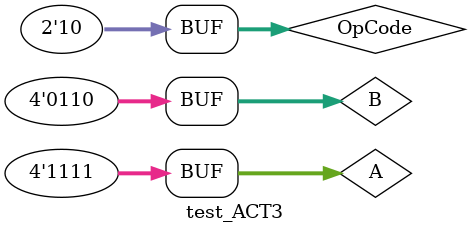
<source format=sv>
`timescale 1ns / 1ps


module test_ACT3();
    logic [3:0]A;
    logic [3:0]B;  
    logic [1:0]OpCode;
    logic [3:0]Result;
    logic [4:0]Flags;
    
 S4_actividad3#(.M(3)) dut(
    .A(A),
    .B(B),
    .OpCode(OpCode),
    .Result(Result),
    .Flags(Flags));
    
    initial begin
    A = 8'd15;
    B = 8'd6;
    OpCode = 2'b10;
    
    
   end 
         

endmodule

</source>
